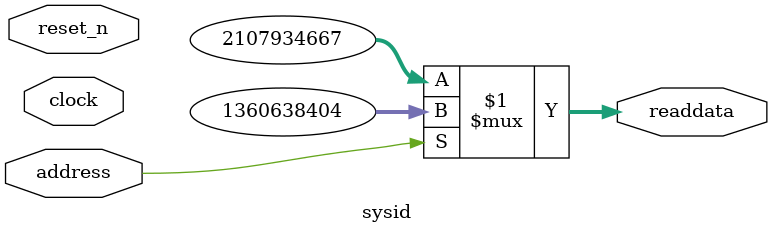
<source format=v>

`timescale 1ns / 1ps
// synthesis translate_on

// turn off superfluous verilog processor warnings 
// altera message_level Level1 
// altera message_off 10034 10035 10036 10037 10230 10240 10030 

module sysid (
               // inputs:
                address,
                clock,
                reset_n,

               // outputs:
                readdata
             )
;

  output  [ 31: 0] readdata;
  input            address;
  input            clock;
  input            reset_n;

  wire    [ 31: 0] readdata;
  //control_slave, which is an e_avalon_slave
  assign readdata = address ? 1360638404 : 2107934667;

endmodule


</source>
